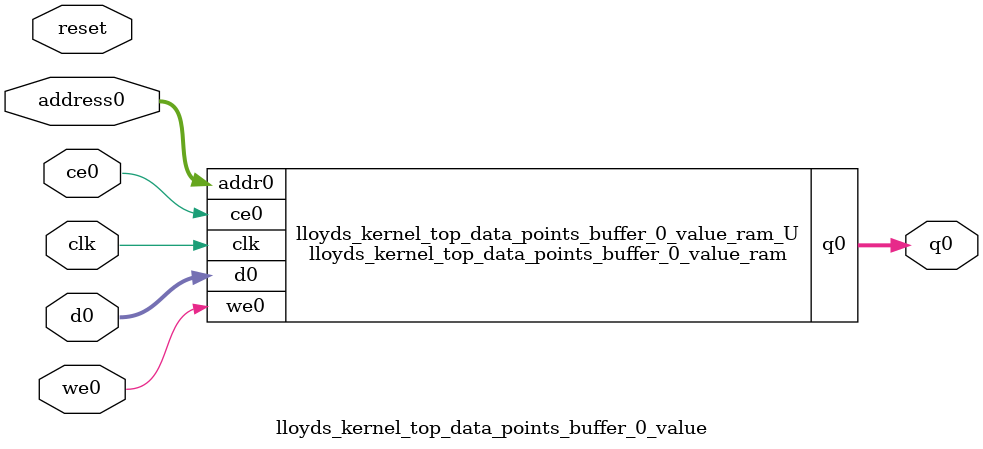
<source format=v>

`timescale 1 ns / 1 ps
module lloyds_kernel_top_data_points_buffer_0_value_ram (addr0, ce0, d0, we0, q0,  clk);

parameter DWIDTH = 32;
parameter AWIDTH = 4;
parameter MEM_SIZE = 16;

input[AWIDTH-1:0] addr0;
input ce0;
input[DWIDTH-1:0] d0;
input we0;
output reg[DWIDTH-1:0] q0;
input clk;

(* ram_style = "block" *)reg [DWIDTH-1:0] ram[MEM_SIZE-1:0];




always @(posedge clk)  
begin 
    if (ce0) 
    begin
        if (we0) 
        begin 
            ram[addr0] <= d0; 
            q0 <= d0;
        end 
        else 
            q0 <= ram[addr0];
    end
end


endmodule


`timescale 1 ns / 1 ps
module lloyds_kernel_top_data_points_buffer_0_value(
    reset,
    clk,
    address0,
    ce0,
    we0,
    d0,
    q0);

parameter DataWidth = 32'd32;
parameter AddressRange = 32'd16;
parameter AddressWidth = 32'd4;
input reset;
input clk;
input[AddressWidth - 1:0] address0;
input ce0;
input we0;
input[DataWidth - 1:0] d0;
output[DataWidth - 1:0] q0;




lloyds_kernel_top_data_points_buffer_0_value_ram lloyds_kernel_top_data_points_buffer_0_value_ram_U(
    .clk( clk ),
    .addr0( address0 ),
    .ce0( ce0 ),
    .d0( d0 ),
    .we0( we0 ),
    .q0( q0 ));

endmodule


</source>
